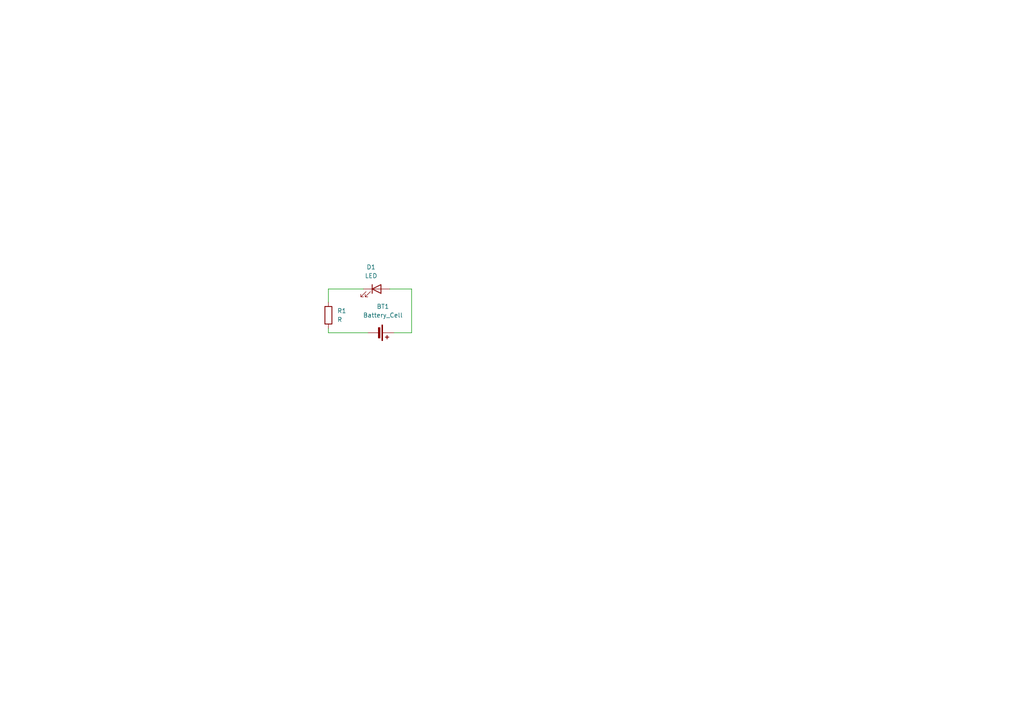
<source format=kicad_sch>
(kicad_sch (version 20231120) (generator "eeschema") (generator_version "8.0")
  (paper "A4")
  (title_block (date "2025-01-28"))
  (lib_symbols
    (symbol "Device:Battery_Cell" (pin_numbers hide) (pin_names (offset 0) hide)
      (property "Reference" "BT" (at 2.54 2.54 0))
      (property "Value" "Battery_Cell" (at 2.54 0 0))
      (symbol "Battery_Cell_0_1"
        (rectangle (start -2.286 1.778) (end 2.286 1.524) (fill (type outline)))
        (rectangle (start -1.524 1.016) (end 1.524 0.508) (fill (type outline)))
        (polyline (pts (xy 0 0.762) (xy 0 0)))
        (polyline (pts (xy 0 1.778) (xy 0 2.54)))
        (polyline (pts (xy 0.762 3.048) (xy 1.778 3.048)) (stroke (width 0.254)))
        (polyline (pts (xy 1.27 3.556) (xy 1.27 2.54)) (stroke (width 0.254)))
      )
      (symbol "Battery_Cell_1_1"
        (pin passive line (at 0 5.08 270) (length 2.54) (name "+") (number "1"))
        (pin passive line (at 0 -2.54 90) (length 2.54) (name "-") (number "2"))
      )
    )
    (symbol "Device:LED" (pin_numbers hide) (pin_names (offset 1.016) hide)
      (property "Reference" "D" (at 0 2.54 0))
      (property "Value" "LED" (at 0 -2.54 0))
      (symbol "LED_0_1"
        (polyline (pts (xy -1.27 -1.27) (xy -1.27 1.27)) (stroke (width 0.254)))
        (polyline (pts (xy -1.27 0) (xy 1.27 0)))
        (polyline (pts (xy 1.27 -1.27) (xy 1.27 1.27) (xy -1.27 0) (xy 1.27 -1.27)) (stroke (width 0.254)))
        (polyline (pts (xy -3.048 -0.762) (xy -4.572 -2.286) (xy -3.81 -2.286) (xy -4.572 -2.286) (xy -4.572 -1.524)))
        (polyline (pts (xy -1.778 -0.762) (xy -3.302 -2.286) (xy -2.54 -2.286) (xy -3.302 -2.286) (xy -3.302 -1.524)))
      )
      (symbol "LED_1_1"
        (pin passive line (at -3.81 0 0) (length 2.54) (name "K") (number "1"))
        (pin passive line (at 3.81 0 180) (length 2.54) (name "A") (number "2"))
      )
    )
    (symbol "Device:R" (pin_numbers hide) (pin_names (offset 0))
      (property "Reference" "R" (at 2.032 0 90))
      (property "Value" "R" (at 0 0 90))
      (symbol "R_0_1"
        (rectangle (start -1.016 -2.54) (end 1.016 2.54) (stroke (width 0.254)))
      )
      (symbol "R_1_1"
        (pin passive line (at 0 3.81 270) (length 1.27) (name "~") (number "1"))
        (pin passive line (at 0 -3.81 90) (length 1.27) (name "~") (number "2"))
      )
    )
  )
  (wire (pts (xy 119.38 83.82) (xy 113.03 83.82)))
  (wire (pts (xy 95.25 96.52) (xy 106.68 96.52)))
  (wire (pts (xy 105.41 83.82) (xy 95.25 83.82)))
  (wire (pts (xy 114.3 96.52) (xy 119.38 96.52)))
  (wire (pts (xy 95.25 95.25) (xy 95.25 96.52)))
  (wire (pts (xy 95.25 83.82) (xy 95.25 87.63)))
  (wire (pts (xy 119.38 96.52) (xy 119.38 83.82)))
  (symbol (lib_id "Device:Battery_Cell") (at 109.22 96.52 270) (unit 1)
    (property "Reference" "BT1" (at 111.0615 88.9 90))
    (property "Value" "Battery_Cell" (at 111.0615 91.44 90))
    (property "Footprint" "FS_3_Global_Footprint_Library:MS621FE-FL11E_SEC" (effects (hide yes)))
    (property "Description" "Single-cell battery" (effects (hide yes)))
  )
  (symbol (lib_id "Device:LED") (at 109.22 83.82 0) (unit 1)
    (property "Reference" "D1" (at 107.6325 77.47 0))
    (property "Value" "LED" (at 107.6325 80.01 0))
    (property "Footprint" "LED_SMD:LED_0805_2012Metric_Pad1.15x1.40mm_HandSolder" (effects (hide yes)))
    (property "Description" "Light emitting diode" (effects (hide yes)))
  )
  (symbol (lib_id "Device:R") (at 95.25 91.44 0) (unit 1)
    (property "Reference" "R1" (at 97.79 90.1699 0) (effects (justify left)))
    (property "Value" "R" (at 97.79 92.7099 0) (effects (justify left)))
    (property "Footprint" "Resistor_SMD:R_0805_2012Metric_Pad1.20x1.40mm_HandSolder" (effects (hide yes)))
    (property "Description" "Resistor" (effects (hide yes)))
  )
)
</source>
